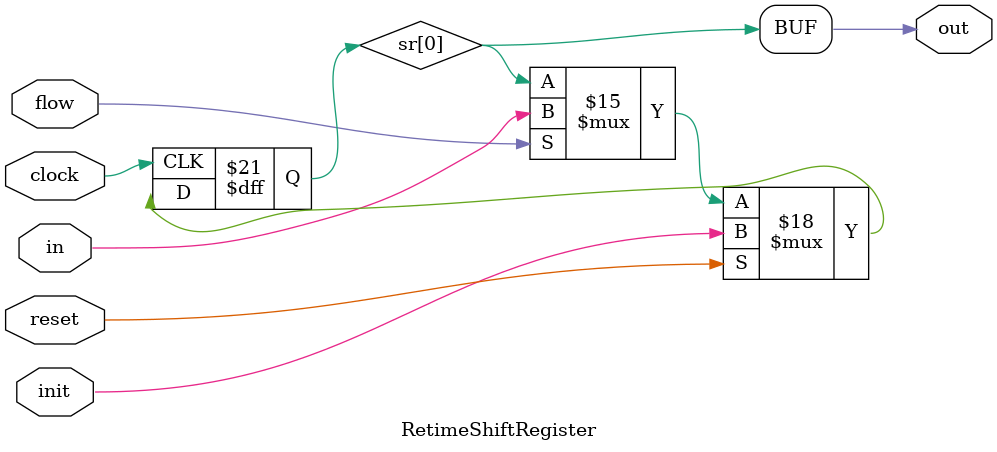
<source format=v>
module RetimeShiftRegister
#(
    parameter WIDTH = 1,
    parameter STAGES = 1)
(
    input clock,
    input reset,
    input flow,
    input [WIDTH-1:0] init,
    input [WIDTH-1:0] in,
    output reg [WIDTH-1:0] out
);
  integer i;
  reg [WIDTH-1:0] sr[0:STAGES]; // Create 'STAGES' number of register, each 'WIDTH' bits wide

   /* synopsys dc_tcl_script_begin
    set_ungroup [current_design] true
    set_flatten true -effort high -phase true -design [current_design]
    set_dont_retime [current_design] false
    set_optimize_registers true -design [current_design]
    */
  always @(posedge clock) begin
    if (reset) begin
      for(i=0; i<STAGES; i=i+1) begin
        sr[i] <= init;
      end
    end else begin
      if (flow) begin 
        sr[0] <= in;
        for(i=1; i<STAGES; i=i+1) begin
          sr[i] <= sr[i-1];
        end
      end
    end
  end

  always @(*) begin
    out <= sr[STAGES-1];
  end
endmodule


</source>
